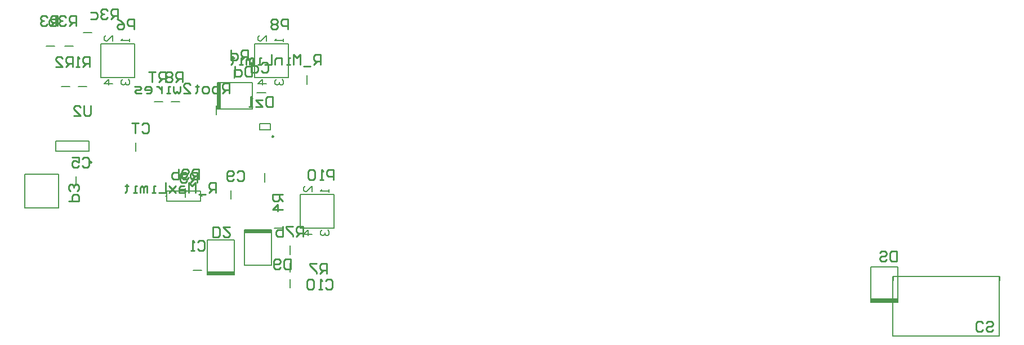
<source format=gbo>
%FSLAX25Y25*%
%MOIN*%
G70*
G01*
G75*
G04 Layer_Color=32896*
%ADD10C,0.03000*%
%ADD11C,0.05000*%
%ADD12R,0.09055X0.05906*%
%ADD13R,0.05906X0.05512*%
%ADD14R,0.05512X0.05906*%
%ADD15R,0.18000X0.19000*%
%ADD16R,0.18000X0.18000*%
%ADD17C,0.09843*%
%ADD18C,0.05906*%
%ADD19C,0.07087*%
%ADD20R,0.07087X0.07087*%
%ADD21C,0.07874*%
%ADD22C,0.06299*%
%ADD23R,0.06299X0.06299*%
%ADD24C,0.06299*%
%ADD25C,0.27000*%
%ADD26O,0.11811X0.09843*%
%ADD27R,0.11811X0.09843*%
%ADD28R,0.07087X0.07087*%
%ADD29C,0.11811*%
%ADD30R,0.05906X0.09055*%
%ADD31O,0.02756X0.09843*%
%ADD32R,0.04803X0.04921*%
%ADD33C,0.06000*%
%ADD34R,0.23000X0.29000*%
%ADD35R,0.50800X0.48500*%
%ADD36R,0.25000X0.07000*%
%ADD37R,0.71440X1.29200*%
%ADD38R,0.94240X1.26700*%
%ADD39R,0.80583X2.30800*%
%ADD40R,0.73443X0.74200*%
%ADD41R,0.26000X0.12800*%
%ADD42R,0.18000X2.24000*%
%ADD43C,0.00787*%
%ADD44C,0.02362*%
%ADD45C,0.00984*%
%ADD46C,0.01000*%
%ADD47C,0.00800*%
%ADD48C,0.00591*%
%ADD49R,1.90000X1.86000*%
%ADD50R,0.15800X0.01900*%
%ADD51R,0.09855X0.06706*%
%ADD52R,0.06706X0.06312*%
%ADD53R,0.06312X0.06706*%
%ADD54C,0.10642*%
%ADD55C,0.06706*%
%ADD56C,0.07887*%
%ADD57R,0.07887X0.07887*%
%ADD58C,0.08674*%
%ADD59C,0.07099*%
%ADD60R,0.07099X0.07099*%
%ADD61C,0.07099*%
%ADD62C,0.27800*%
%ADD63O,0.12611X0.10642*%
%ADD64R,0.12611X0.10642*%
%ADD65R,0.07887X0.07887*%
%ADD66C,0.12611*%
%ADD67R,0.06706X0.09855*%
%ADD68O,0.03556X0.10642*%
%ADD69R,0.05603X0.05721*%
%ADD70R,0.01900X0.15800*%
D43*
X3117400Y807417D02*
X3180392D01*
X3117400Y771983D02*
Y807417D01*
X3180392Y771983D02*
Y794031D01*
Y807417D01*
X3117400Y771983D02*
X3180392D01*
X2638441Y951937D02*
X2643559D01*
X2767000Y836000D02*
Y856000D01*
X2787000D01*
X2767000Y836000D02*
X2787000D01*
Y856000D01*
X2711926Y829199D02*
X2719800D01*
X2711926Y808333D02*
Y829199D01*
Y808333D02*
X2727674D01*
Y829199D01*
X2719800D02*
X2727674D01*
X2741800Y814201D02*
X2749674D01*
Y835067D01*
X2733926D02*
X2749674D01*
X2733926Y814201D02*
Y835067D01*
Y814201D02*
X2741800D01*
X2604000Y848000D02*
X2624000D01*
X2604000D02*
Y868000D01*
X2624000Y848000D02*
Y868000D01*
X2604000D02*
X2624000D01*
X2649000Y925332D02*
Y945332D01*
X2669000D01*
X2649000Y925332D02*
X2669000D01*
Y945332D01*
X2740000Y925332D02*
Y945332D01*
X2760000D01*
X2740000Y925332D02*
X2760000D01*
Y945332D01*
X2738667Y914600D02*
Y922474D01*
X2717801D02*
X2738667D01*
X2717801Y906726D02*
Y922474D01*
Y906726D02*
X2738667D01*
Y914600D01*
X3104626Y812999D02*
X3112500D01*
X3104626Y792133D02*
Y812999D01*
Y792133D02*
X3120374D01*
Y812999D01*
X3112500D02*
X3120374D01*
X2703441Y810937D02*
X2708559D01*
X2634063Y861441D02*
Y866559D01*
X2725737Y853338D02*
Y858456D01*
X2760800Y800641D02*
Y805759D01*
X2741241Y916537D02*
X2746359D01*
X2669363Y881641D02*
Y886759D01*
X2751441Y835937D02*
X2756559D01*
X2760800Y810141D02*
Y815259D01*
X2690441Y910937D02*
X2695559D01*
X2770937Y921441D02*
Y926559D01*
X2727863Y925041D02*
Y930159D01*
X2717063Y903441D02*
Y908559D01*
X2680441Y910937D02*
X2685559D01*
X2622058Y881550D02*
X2641743D01*
X2622058Y887850D02*
X2641743D01*
Y881550D02*
Y887850D01*
X2622058Y881550D02*
Y887850D01*
X2635441Y919937D02*
X2640559D01*
X2625441D02*
X2630559D01*
X2627441Y944063D02*
X2632559D01*
X2616441D02*
X2621559D01*
X2760800Y820441D02*
Y825559D01*
X2742752Y894421D02*
Y897965D01*
X2749248Y894421D02*
Y897965D01*
X2742752Y894421D02*
X2749248D01*
X2742752Y897965D02*
X2749248D01*
X2687100Y855000D02*
X2688000D01*
X2708000D02*
X2708900D01*
X2688000Y852000D02*
Y855000D01*
Y852000D02*
X2708000D01*
Y858000D01*
X2688000D02*
X2708000D01*
X2688000Y855000D02*
Y858000D01*
X2699000Y854441D02*
Y859559D01*
X2746000Y863441D02*
Y868559D01*
D45*
X2643435Y875054D02*
G03*
X2643435Y875054I-492J0D01*
G01*
X2751059Y890386D02*
G03*
X2751059Y890386I-492J0D01*
G01*
D46*
X3117400Y805054D02*
Y807417D01*
X3180392Y805054D02*
Y807417D01*
X3170699Y775602D02*
X3169699Y774602D01*
X3167700D01*
X3166700Y775602D01*
Y779600D01*
X3167700Y780600D01*
X3169699D01*
X3170699Y779600D01*
X3176697Y775602D02*
X3175697Y774602D01*
X3173698D01*
X3172698Y775602D01*
Y776601D01*
X3173698Y777601D01*
X3175697D01*
X3176697Y778601D01*
Y779600D01*
X3175697Y780600D01*
X3173698D01*
X3172698Y779600D01*
X2786400Y864768D02*
Y870766D01*
X2783401D01*
X2782401Y869766D01*
Y867767D01*
X2783401Y866767D01*
X2786400D01*
X2780402Y864768D02*
X2778403D01*
X2779402D01*
Y870766D01*
X2780402Y869766D01*
X2775404D02*
X2774404Y870766D01*
X2772404D01*
X2771405Y869766D01*
Y865767D01*
X2772404Y864768D01*
X2774404D01*
X2775404Y865767D01*
Y869766D01*
X2642700Y908698D02*
Y903700D01*
X2641700Y902700D01*
X2639701D01*
X2638701Y903700D01*
Y908698D01*
X2632703Y902700D02*
X2636702D01*
X2632703Y906699D01*
Y907698D01*
X2633703Y908698D01*
X2635702D01*
X2636702Y907698D01*
X2687100Y922800D02*
Y928798D01*
X2684101D01*
X2683101Y927798D01*
Y925799D01*
X2684101Y924799D01*
X2687100D01*
X2685101D02*
X2683101Y922800D01*
X2681102Y928798D02*
X2677103D01*
X2679103D01*
Y922800D01*
X2724900Y916100D02*
Y922098D01*
X2721901D01*
X2720901Y921098D01*
Y919099D01*
X2721901Y918099D01*
X2724900D01*
X2722901D02*
X2720901Y916100D01*
X2718902Y914101D02*
Y920099D01*
X2715903D01*
X2714903Y919099D01*
Y917100D01*
X2715903Y916100D01*
X2718902D01*
X2711904D02*
X2709905D01*
X2708905Y917100D01*
Y919099D01*
X2709905Y920099D01*
X2711904D01*
X2712904Y919099D01*
Y917100D01*
X2711904Y916100D01*
X2705906Y921098D02*
Y920099D01*
X2706906D01*
X2704906D01*
X2705906D01*
Y917100D01*
X2704906Y916100D01*
X2697909D02*
X2701907D01*
X2697909Y920099D01*
Y921098D01*
X2698908Y922098D01*
X2700908D01*
X2701907Y921098D01*
X2695909Y920099D02*
Y917100D01*
X2694910Y916100D01*
X2693910Y917100D01*
X2692910Y916100D01*
X2691911Y917100D01*
Y920099D01*
X2689911Y916100D02*
X2687912D01*
X2688912D01*
Y920099D01*
X2689911D01*
X2684913D02*
Y916100D01*
Y918099D01*
X2683913Y919099D01*
X2682914Y920099D01*
X2681914D01*
X2675916Y916100D02*
X2677915D01*
X2678915Y917100D01*
Y919099D01*
X2677915Y920099D01*
X2675916D01*
X2674916Y919099D01*
Y918099D01*
X2678915D01*
X2672917Y916100D02*
X2669918D01*
X2668918Y917100D01*
X2669918Y918099D01*
X2671917D01*
X2672917Y919099D01*
X2671917Y920099D01*
X2668918D01*
X2735700Y935700D02*
Y941698D01*
X2732701D01*
X2731701Y940698D01*
Y938699D01*
X2732701Y937699D01*
X2735700D01*
X2733701D02*
X2731701Y935700D01*
X2725703Y941698D02*
Y935700D01*
X2728702D01*
X2729702Y936700D01*
Y938699D01*
X2728702Y939699D01*
X2725703D01*
X2778800Y933100D02*
Y939098D01*
X2775801D01*
X2774801Y938098D01*
Y936099D01*
X2775801Y935099D01*
X2778800D01*
X2776801D02*
X2774801Y933100D01*
X2772802Y932100D02*
X2768803D01*
X2766804Y933100D02*
Y939098D01*
X2764804Y937099D01*
X2762805Y939098D01*
Y933100D01*
X2760806D02*
X2758806D01*
X2759806D01*
Y937099D01*
X2760806D01*
X2755807Y933100D02*
Y937099D01*
X2752808D01*
X2751809Y936099D01*
Y933100D01*
X2749809Y939098D02*
Y933100D01*
X2745811D01*
X2743811D02*
X2741812D01*
X2742812D01*
Y937099D01*
X2743811D01*
X2738813Y933100D02*
Y937099D01*
X2737813D01*
X2736814Y936099D01*
Y933100D01*
Y936099D01*
X2735814Y937099D01*
X2734814Y936099D01*
Y933100D01*
X2732815D02*
X2730816D01*
X2731815D01*
Y937099D01*
X2732815D01*
X2726817Y938098D02*
Y937099D01*
X2727817D01*
X2725817D01*
X2726817D01*
Y934100D01*
X2725817Y933100D01*
X2717000Y857000D02*
Y862998D01*
X2714001D01*
X2713001Y861998D01*
Y859999D01*
X2714001Y858999D01*
X2717000D01*
X2715001D02*
X2713001Y857000D01*
X2711002Y856000D02*
X2707003D01*
X2705004Y857000D02*
Y862998D01*
X2703004Y860999D01*
X2701005Y862998D01*
Y857000D01*
X2698006Y860999D02*
X2696007D01*
X2695007Y859999D01*
Y857000D01*
X2698006D01*
X2699006Y858000D01*
X2698006Y858999D01*
X2695007D01*
X2693008Y860999D02*
X2689009Y857000D01*
X2691008Y858999D01*
X2689009Y860999D01*
X2693008Y857000D01*
X2687010Y862998D02*
Y857000D01*
X2683011D01*
X2681012D02*
X2679012D01*
X2680012D01*
Y860999D01*
X2681012D01*
X2676013Y857000D02*
Y860999D01*
X2675014D01*
X2674014Y859999D01*
Y857000D01*
Y859999D01*
X2673014Y860999D01*
X2672014Y859999D01*
Y857000D01*
X2670015D02*
X2668016D01*
X2669016D01*
Y860999D01*
X2670015D01*
X2664017Y861998D02*
Y860999D01*
X2665017D01*
X2663017D01*
X2664017D01*
Y858000D01*
X2663017Y857000D01*
X2705863Y863100D02*
Y869098D01*
X2702864D01*
X2701864Y868098D01*
Y866099D01*
X2702864Y865099D01*
X2705863D01*
X2703864D02*
X2701864Y863100D01*
X2699865Y864100D02*
X2698865Y863100D01*
X2696866D01*
X2695866Y864100D01*
Y868098D01*
X2696866Y869098D01*
X2698865D01*
X2699865Y868098D01*
Y867099D01*
X2698865Y866099D01*
X2695866D01*
X2697100Y922800D02*
Y928798D01*
X2694101D01*
X2693101Y927798D01*
Y925799D01*
X2694101Y924799D01*
X2697100D01*
X2695101D02*
X2693101Y922800D01*
X2691102Y927798D02*
X2690102Y928798D01*
X2688103D01*
X2687103Y927798D01*
Y926799D01*
X2688103Y925799D01*
X2687103Y924799D01*
Y923800D01*
X2688103Y922800D01*
X2690102D01*
X2691102Y923800D01*
Y924799D01*
X2690102Y925799D01*
X2691102Y926799D01*
Y927798D01*
X2690102Y925799D02*
X2688103D01*
X2782363Y809200D02*
Y815198D01*
X2779364D01*
X2778364Y814198D01*
Y812199D01*
X2779364Y811199D01*
X2782363D01*
X2780364D02*
X2778364Y809200D01*
X2776365Y815198D02*
X2772366D01*
Y814198D01*
X2776365Y810200D01*
Y809200D01*
X2756500Y856000D02*
X2750502D01*
Y853001D01*
X2751502Y852001D01*
X2753501D01*
X2754501Y853001D01*
Y856000D01*
Y854001D02*
X2756500Y852001D01*
Y847003D02*
X2750502D01*
X2753501Y850002D01*
Y846003D01*
X2623100Y955926D02*
Y961924D01*
X2620101D01*
X2619101Y960924D01*
Y958925D01*
X2620101Y957925D01*
X2623100D01*
X2621101D02*
X2619101Y955926D01*
X2617102Y960924D02*
X2616102Y961924D01*
X2614103D01*
X2613103Y960924D01*
Y959925D01*
X2614103Y958925D01*
X2615103D01*
X2614103D01*
X2613103Y957925D01*
Y956926D01*
X2614103Y955926D01*
X2616102D01*
X2617102Y956926D01*
X2632100Y931800D02*
Y937798D01*
X2629101D01*
X2628101Y936798D01*
Y934799D01*
X2629101Y933799D01*
X2632100D01*
X2630101D02*
X2628101Y931800D01*
X2622103D02*
X2626102D01*
X2622103Y935799D01*
Y936798D01*
X2623103Y937798D01*
X2625102D01*
X2626102Y936798D01*
X2642100Y931800D02*
Y937798D01*
X2639101D01*
X2638101Y936798D01*
Y934799D01*
X2639101Y933799D01*
X2642100D01*
X2640101D02*
X2638101Y931800D01*
X2636102D02*
X2634103D01*
X2635102D01*
Y937798D01*
X2636102Y936798D01*
X2759400Y954100D02*
Y960098D01*
X2756401D01*
X2755401Y959098D01*
Y957099D01*
X2756401Y956099D01*
X2759400D01*
X2753402Y959098D02*
X2752402Y960098D01*
X2750403D01*
X2749403Y959098D01*
Y958099D01*
X2750403Y957099D01*
X2749403Y956099D01*
Y955100D01*
X2750403Y954100D01*
X2752402D01*
X2753402Y955100D01*
Y956099D01*
X2752402Y957099D01*
X2753402Y958099D01*
Y959098D01*
X2752402Y957099D02*
X2750403D01*
X2668400Y954100D02*
Y960098D01*
X2665401D01*
X2664401Y959098D01*
Y957099D01*
X2665401Y956099D01*
X2668400D01*
X2658403Y960098D02*
X2660403Y959098D01*
X2662402Y957099D01*
Y955100D01*
X2661402Y954100D01*
X2659403D01*
X2658403Y955100D01*
Y956099D01*
X2659403Y957099D01*
X2662402D01*
X2630000Y852000D02*
X2635998D01*
Y854999D01*
X2634998Y855999D01*
X2632999D01*
X2631999Y854999D01*
Y852000D01*
X2634998Y857998D02*
X2635998Y858998D01*
Y860997D01*
X2634998Y861997D01*
X2633999D01*
X2632999Y860997D01*
Y859997D01*
Y860997D01*
X2631999Y861997D01*
X2631000D01*
X2630000Y860997D01*
Y858998D01*
X2631000Y857998D01*
X3119800Y822398D02*
Y816400D01*
X3116801D01*
X3115801Y817400D01*
Y821398D01*
X3116801Y822398D01*
X3119800D01*
X3109803Y821398D02*
X3110803Y822398D01*
X3112802D01*
X3113802Y821398D01*
Y820399D01*
X3112802Y819399D01*
X3110803D01*
X3109803Y818399D01*
Y817400D01*
X3110803Y816400D01*
X3112802D01*
X3113802Y817400D01*
X2738100Y931898D02*
Y925900D01*
X2735101D01*
X2734101Y926900D01*
Y930898D01*
X2735101Y931898D01*
X2738100D01*
X2728103D02*
Y925900D01*
X2731102D01*
X2732102Y926900D01*
Y928899D01*
X2731102Y929899D01*
X2728103D01*
X2761300Y817566D02*
Y811568D01*
X2758301D01*
X2757301Y812567D01*
Y816566D01*
X2758301Y817566D01*
X2761300D01*
X2755302Y812567D02*
X2754302Y811568D01*
X2752303D01*
X2751303Y812567D01*
Y816566D01*
X2752303Y817566D01*
X2754302D01*
X2755302Y816566D01*
Y815566D01*
X2754302Y814567D01*
X2751303D01*
X2715300Y830834D02*
Y836832D01*
X2718299D01*
X2719299Y835833D01*
Y831834D01*
X2718299Y830834D01*
X2715300D01*
X2725297Y836832D02*
X2721298D01*
X2725297Y832834D01*
Y831834D01*
X2724297Y830834D01*
X2722298D01*
X2721298Y831834D01*
X2673201Y897298D02*
X2674201Y898298D01*
X2676200D01*
X2677200Y897298D01*
Y893300D01*
X2676200Y892300D01*
X2674201D01*
X2673201Y893300D01*
X2671202Y898298D02*
X2667203D01*
X2669203D01*
Y892300D01*
X2743901Y933398D02*
X2744901Y934398D01*
X2746900D01*
X2747900Y933398D01*
Y929400D01*
X2746900Y928400D01*
X2744901D01*
X2743901Y929400D01*
X2737903Y934398D02*
Y928400D01*
X2740902D01*
X2741902Y929400D01*
Y931399D01*
X2740902Y932399D01*
X2737903D01*
X2781801Y804698D02*
X2782801Y805698D01*
X2784800D01*
X2785800Y804698D01*
Y800700D01*
X2784800Y799700D01*
X2782801D01*
X2781801Y800700D01*
X2779802Y799700D02*
X2777803D01*
X2778802D01*
Y805698D01*
X2779802Y804698D01*
X2774804D02*
X2773804Y805698D01*
X2771804D01*
X2770805Y804698D01*
Y800700D01*
X2771804Y799700D01*
X2773804D01*
X2774804Y800700D01*
Y804698D01*
X2729601Y868998D02*
X2730601Y869998D01*
X2732600D01*
X2733600Y868998D01*
Y865000D01*
X2732600Y864000D01*
X2730601D01*
X2729601Y865000D01*
X2727602D02*
X2726602Y864000D01*
X2724603D01*
X2723603Y865000D01*
Y868998D01*
X2724603Y869998D01*
X2726602D01*
X2727602Y868998D01*
Y867999D01*
X2726602Y866999D01*
X2723603D01*
X2637901Y877098D02*
X2638901Y878098D01*
X2640900D01*
X2641900Y877098D01*
Y873100D01*
X2640900Y872100D01*
X2638901D01*
X2637901Y873100D01*
X2631903Y878098D02*
X2635902D01*
Y875099D01*
X2633903Y876099D01*
X2632903D01*
X2631903Y875099D01*
Y873100D01*
X2632903Y872100D01*
X2634902D01*
X2635902Y873100D01*
X2706101Y827798D02*
X2707101Y828798D01*
X2709100D01*
X2710100Y827798D01*
Y823800D01*
X2709100Y822800D01*
X2707101D01*
X2706101Y823800D01*
X2704102Y822800D02*
X2702103D01*
X2703102D01*
Y828798D01*
X2704102Y827798D01*
X2634100Y955926D02*
Y961924D01*
X2631101D01*
X2630101Y960924D01*
Y958925D01*
X2631101Y957925D01*
X2634100D01*
X2632101D02*
X2630101Y955926D01*
X2628102Y960924D02*
X2627102Y961924D01*
X2625103D01*
X2624103Y960924D01*
Y959925D01*
X2625103Y958925D01*
X2626103D01*
X2625103D01*
X2624103Y957925D01*
Y956926D01*
X2625103Y955926D01*
X2627102D01*
X2628102Y956926D01*
X2622104Y961924D02*
Y955926D01*
X2619105D01*
X2618105Y956926D01*
Y957925D01*
Y958925D01*
X2619105Y959925D01*
X2622104D01*
X2659000Y960000D02*
Y965998D01*
X2656001D01*
X2655001Y964998D01*
Y962999D01*
X2656001Y961999D01*
X2659000D01*
X2657001D02*
X2655001Y960000D01*
X2653002Y964998D02*
X2652002Y965998D01*
X2650003D01*
X2649003Y964998D01*
Y963999D01*
X2650003Y962999D01*
X2651003D01*
X2650003D01*
X2649003Y961999D01*
Y961000D01*
X2650003Y960000D01*
X2652002D01*
X2653002Y961000D01*
X2643005Y963999D02*
X2646004D01*
X2647004Y962999D01*
Y961000D01*
X2646004Y960000D01*
X2643005D01*
X2768663Y831100D02*
Y837098D01*
X2765664D01*
X2764664Y836098D01*
Y834099D01*
X2765664Y833099D01*
X2768663D01*
X2766664D02*
X2764664Y831100D01*
X2762665Y837098D02*
X2758666D01*
Y836098D01*
X2762665Y832100D01*
Y831100D01*
X2756667Y837098D02*
Y831100D01*
X2753668D01*
X2752668Y832100D01*
Y833099D01*
Y834099D01*
X2753668Y835099D01*
X2756667D01*
X2750600Y913991D02*
Y907993D01*
X2747601D01*
X2746601Y908993D01*
Y912991D01*
X2747601Y913991D01*
X2750600D01*
X2744602Y911992D02*
X2740603D01*
X2744602Y907993D01*
X2740603D01*
X2738604D02*
X2736604D01*
X2737604D01*
Y913991D01*
X2738604Y912991D01*
X2706837Y865100D02*
Y871098D01*
X2703838D01*
X2702838Y870098D01*
Y868099D01*
X2703838Y867099D01*
X2706837D01*
X2704838D02*
X2702838Y865100D01*
X2700839Y866100D02*
X2699839Y865100D01*
X2697840D01*
X2696840Y866100D01*
Y870098D01*
X2697840Y871098D01*
X2699839D01*
X2700839Y870098D01*
Y869099D01*
X2699839Y868099D01*
X2696840D01*
X2694841Y871098D02*
Y865100D01*
X2691842D01*
X2690842Y866100D01*
Y867099D01*
Y868099D01*
X2691842Y869099D01*
X2694841D01*
D47*
X2784000Y859000D02*
Y857334D01*
Y858167D01*
X2779002D01*
X2779835Y859000D01*
X2774000Y857668D02*
Y861000D01*
X2770668Y857668D01*
X2769835D01*
X2769002Y858501D01*
Y860167D01*
X2769835Y861000D01*
X2774000Y832501D02*
X2769002D01*
X2771501Y835000D01*
Y831668D01*
X2779835Y835000D02*
X2779002Y834167D01*
Y832501D01*
X2779835Y831668D01*
X2780668D01*
X2781501Y832501D01*
Y833334D01*
Y832501D01*
X2782334Y831668D01*
X2783167D01*
X2784000Y832501D01*
Y834167D01*
X2783167Y835000D01*
X2666000Y948332D02*
Y946666D01*
Y947499D01*
X2661002D01*
X2661835Y948332D01*
X2656000Y947000D02*
Y950332D01*
X2652668Y947000D01*
X2651835D01*
X2651002Y947833D01*
Y949499D01*
X2651835Y950332D01*
X2656000Y921833D02*
X2651002D01*
X2653501Y924332D01*
Y921000D01*
X2661835Y924332D02*
X2661002Y923499D01*
Y921833D01*
X2661835Y921000D01*
X2662668D01*
X2663501Y921833D01*
Y922666D01*
Y921833D01*
X2664334Y921000D01*
X2665167D01*
X2666000Y921833D01*
Y923499D01*
X2665167Y924332D01*
X2757000Y948332D02*
Y946666D01*
Y947499D01*
X2752002D01*
X2752835Y948332D01*
X2747000Y947000D02*
Y950332D01*
X2743668Y947000D01*
X2742835D01*
X2742002Y947833D01*
Y949499D01*
X2742835Y950332D01*
X2747000Y921833D02*
X2742002D01*
X2744501Y924332D01*
Y921000D01*
X2752835Y924332D02*
X2752002Y923499D01*
Y921833D01*
X2752835Y921000D01*
X2753668D01*
X2754501Y921833D01*
Y922666D01*
Y921833D01*
X2755334Y921000D01*
X2756167D01*
X2757000Y921833D01*
Y923499D01*
X2756167Y924332D01*
D50*
X2719800Y809416D02*
D03*
X2741800Y833984D02*
D03*
X3112500Y793216D02*
D03*
D70*
X2718884Y914600D02*
D03*
M02*

</source>
